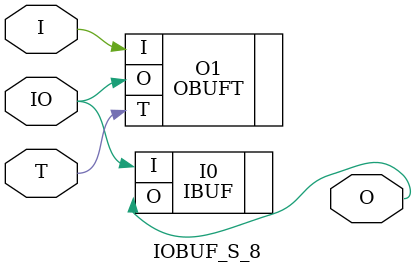
<source format=v>


`timescale  1 ps / 1 ps


module IOBUF_S_8 (O, IO, I, T);

    output O;

    inout  IO;

    input  I, T;

        OBUFT #( .SLEW("SLOW"), .DRIVE(8)) O1 (.O(IO), .I(I), .T(T)); 
	IBUF #(.IOSTANDARD("DEFAULT"))  I0 (.O(O), .I(IO));
        

endmodule



</source>
